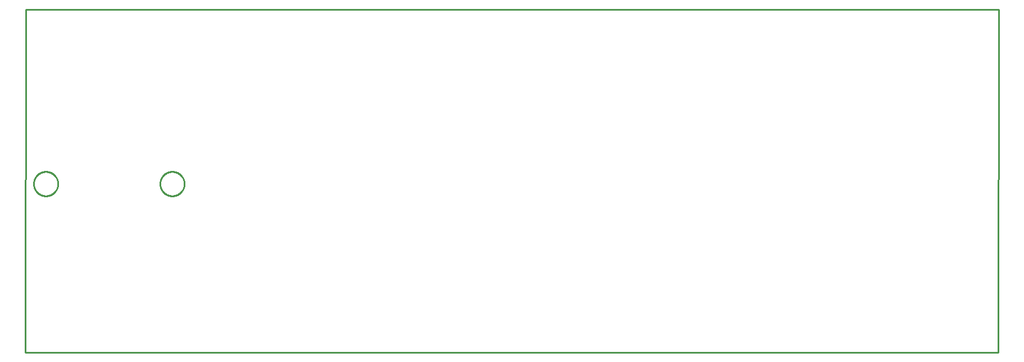
<source format=gbr>
G04 EAGLE Gerber X2 export*
%TF.Part,Single*%
%TF.FileFunction,Profile,NP*%
%TF.FilePolarity,Positive*%
%TF.GenerationSoftware,Autodesk,EAGLE,9.1.3*%
%TF.CreationDate,2018-11-12T08:01:02Z*%
G75*
%MOMM*%
%FSLAX34Y34*%
%LPD*%
%AMOC8*
5,1,8,0,0,1.08239X$1,22.5*%
G01*
%ADD10C,0.254000*%


D10*
X-256263Y-21950D02*
X1210038Y-21750D01*
X1211138Y496188D01*
X-255163Y495988D01*
X-256263Y-21950D01*
X-53000Y233599D02*
X-52922Y234795D01*
X-52765Y235983D01*
X-52532Y237158D01*
X-52221Y238315D01*
X-51836Y239450D01*
X-51378Y240557D01*
X-50848Y241631D01*
X-50249Y242669D01*
X-49583Y243665D01*
X-48854Y244616D01*
X-48064Y245516D01*
X-47216Y246364D01*
X-46316Y247154D01*
X-45365Y247883D01*
X-44369Y248549D01*
X-43331Y249148D01*
X-42257Y249678D01*
X-41150Y250136D01*
X-40015Y250521D01*
X-38858Y250832D01*
X-37683Y251065D01*
X-36495Y251222D01*
X-35299Y251300D01*
X-34101Y251300D01*
X-32905Y251222D01*
X-31717Y251065D01*
X-30542Y250832D01*
X-29385Y250521D01*
X-28250Y250136D01*
X-27143Y249678D01*
X-26069Y249148D01*
X-25031Y248549D01*
X-24035Y247883D01*
X-23084Y247154D01*
X-22184Y246364D01*
X-21336Y245516D01*
X-20546Y244616D01*
X-19817Y243665D01*
X-19151Y242669D01*
X-18552Y241631D01*
X-18022Y240557D01*
X-17564Y239450D01*
X-17179Y238315D01*
X-16869Y237158D01*
X-16635Y235983D01*
X-16478Y234795D01*
X-16400Y233599D01*
X-16400Y232401D01*
X-16478Y231205D01*
X-16635Y230017D01*
X-16869Y228842D01*
X-17179Y227685D01*
X-17564Y226550D01*
X-18022Y225443D01*
X-18552Y224369D01*
X-19151Y223331D01*
X-19817Y222335D01*
X-20546Y221384D01*
X-21336Y220484D01*
X-22184Y219636D01*
X-23084Y218846D01*
X-24035Y218117D01*
X-25031Y217451D01*
X-26069Y216852D01*
X-27143Y216322D01*
X-28250Y215864D01*
X-29385Y215479D01*
X-30542Y215169D01*
X-31717Y214935D01*
X-32905Y214778D01*
X-34101Y214700D01*
X-35299Y214700D01*
X-36495Y214778D01*
X-37683Y214935D01*
X-38858Y215169D01*
X-40015Y215479D01*
X-41150Y215864D01*
X-42257Y216322D01*
X-43331Y216852D01*
X-44369Y217451D01*
X-45365Y218117D01*
X-46316Y218846D01*
X-47216Y219636D01*
X-48064Y220484D01*
X-48854Y221384D01*
X-49583Y222335D01*
X-50249Y223331D01*
X-50848Y224369D01*
X-51378Y225443D01*
X-51836Y226550D01*
X-52221Y227685D01*
X-52532Y228842D01*
X-52765Y230017D01*
X-52922Y231205D01*
X-53000Y232401D01*
X-53000Y233599D01*
X-243500Y233599D02*
X-243422Y234795D01*
X-243265Y235983D01*
X-243032Y237158D01*
X-242721Y238315D01*
X-242336Y239450D01*
X-241878Y240557D01*
X-241348Y241631D01*
X-240749Y242669D01*
X-240083Y243665D01*
X-239354Y244616D01*
X-238564Y245516D01*
X-237716Y246364D01*
X-236816Y247154D01*
X-235865Y247883D01*
X-234869Y248549D01*
X-233831Y249148D01*
X-232757Y249678D01*
X-231650Y250136D01*
X-230515Y250521D01*
X-229358Y250832D01*
X-228183Y251065D01*
X-226995Y251222D01*
X-225799Y251300D01*
X-224601Y251300D01*
X-223405Y251222D01*
X-222217Y251065D01*
X-221042Y250832D01*
X-219885Y250521D01*
X-218750Y250136D01*
X-217643Y249678D01*
X-216569Y249148D01*
X-215531Y248549D01*
X-214535Y247883D01*
X-213584Y247154D01*
X-212684Y246364D01*
X-211836Y245516D01*
X-211046Y244616D01*
X-210317Y243665D01*
X-209651Y242669D01*
X-209052Y241631D01*
X-208522Y240557D01*
X-208064Y239450D01*
X-207679Y238315D01*
X-207369Y237158D01*
X-207135Y235983D01*
X-206978Y234795D01*
X-206900Y233599D01*
X-206900Y232401D01*
X-206978Y231205D01*
X-207135Y230017D01*
X-207369Y228842D01*
X-207679Y227685D01*
X-208064Y226550D01*
X-208522Y225443D01*
X-209052Y224369D01*
X-209651Y223331D01*
X-210317Y222335D01*
X-211046Y221384D01*
X-211836Y220484D01*
X-212684Y219636D01*
X-213584Y218846D01*
X-214535Y218117D01*
X-215531Y217451D01*
X-216569Y216852D01*
X-217643Y216322D01*
X-218750Y215864D01*
X-219885Y215479D01*
X-221042Y215169D01*
X-222217Y214935D01*
X-223405Y214778D01*
X-224601Y214700D01*
X-225799Y214700D01*
X-226995Y214778D01*
X-228183Y214935D01*
X-229358Y215169D01*
X-230515Y215479D01*
X-231650Y215864D01*
X-232757Y216322D01*
X-233831Y216852D01*
X-234869Y217451D01*
X-235865Y218117D01*
X-236816Y218846D01*
X-237716Y219636D01*
X-238564Y220484D01*
X-239354Y221384D01*
X-240083Y222335D01*
X-240749Y223331D01*
X-241348Y224369D01*
X-241878Y225443D01*
X-242336Y226550D01*
X-242721Y227685D01*
X-243032Y228842D01*
X-243265Y230017D01*
X-243422Y231205D01*
X-243500Y232401D01*
X-243500Y233599D01*
M02*

</source>
